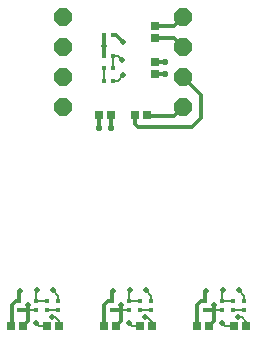
<source format=gtl>
G75*
%MOIN*%
%OFA0B0*%
%FSLAX24Y24*%
%IPPOS*%
%LPD*%
%AMOC8*
5,1,8,0,0,1.08239X$1,22.5*
%
%ADD10R,0.0170X0.0170*%
%ADD11R,0.0315X0.0315*%
%ADD12OC8,0.0600*%
%ADD13C,0.0198*%
%ADD14C,0.0120*%
%ADD15OC8,0.0210*%
%ADD16C,0.0060*%
D10*
X005448Y006255D03*
X005448Y006565D03*
X006003Y006571D03*
X006003Y006261D03*
X006369Y006261D03*
X006369Y006571D03*
X006734Y006571D03*
X006734Y006261D03*
X008548Y006255D03*
X008548Y006565D03*
X009103Y006571D03*
X009103Y006261D03*
X009469Y006261D03*
X009469Y006571D03*
X009834Y006571D03*
X009834Y006261D03*
X011648Y006255D03*
X011648Y006565D03*
X012203Y006571D03*
X012203Y006261D03*
X012569Y006261D03*
X012569Y006571D03*
X012934Y006571D03*
X012934Y006261D03*
X008572Y013904D03*
X008262Y013904D03*
X008262Y014314D03*
X008572Y014314D03*
X008572Y014724D03*
X008262Y014724D03*
X008262Y015424D03*
X008572Y015424D03*
D11*
X005167Y005724D03*
X005567Y005724D03*
X006367Y005724D03*
X006767Y005724D03*
X008267Y005724D03*
X008667Y005724D03*
X009467Y005724D03*
X009867Y005724D03*
X011367Y005724D03*
X011767Y005724D03*
X012617Y005724D03*
X013017Y005724D03*
X009717Y012774D03*
X009317Y012774D03*
X008517Y012774D03*
X008117Y012774D03*
X009967Y014124D03*
X009967Y014524D03*
X009967Y015324D03*
X009967Y015724D03*
D12*
X010917Y016024D03*
X010917Y015024D03*
X010917Y014024D03*
X010917Y013024D03*
X006917Y013024D03*
X006917Y014024D03*
X006917Y015024D03*
X006917Y016024D03*
D13*
X008266Y015074D03*
X008895Y015181D03*
X008867Y014594D03*
X008918Y014085D03*
X009123Y006928D03*
X008836Y006414D03*
X008560Y006901D03*
X009092Y005821D03*
X009642Y006041D03*
X009656Y006924D03*
X011660Y006901D03*
X011936Y006414D03*
X012223Y006928D03*
X012756Y006924D03*
X012742Y006041D03*
X012192Y005821D03*
X006556Y006924D03*
X006023Y006928D03*
X005736Y006414D03*
X005460Y006901D03*
X005992Y005821D03*
X006542Y006041D03*
D14*
X005736Y005885D02*
X005736Y006414D01*
X005736Y006255D01*
X005448Y006255D01*
X005205Y006421D02*
X005205Y005761D01*
X005167Y005724D01*
X005567Y005724D02*
X005635Y005784D01*
X005736Y005885D01*
X005205Y006421D02*
X005349Y006565D01*
X005448Y006565D01*
X005448Y006901D01*
X005460Y006901D01*
X008267Y006429D02*
X008267Y005724D01*
X008667Y005724D02*
X008735Y005784D01*
X008836Y005885D01*
X008836Y006414D01*
X008836Y006255D01*
X008548Y006255D01*
X008267Y006429D02*
X008402Y006565D01*
X008548Y006565D01*
X008449Y006565D01*
X008548Y006565D02*
X008548Y006901D01*
X008560Y006901D01*
X011367Y006429D02*
X011367Y005724D01*
X011767Y005724D02*
X011936Y005892D01*
X011936Y006414D01*
X011936Y006255D01*
X011648Y006255D01*
X011367Y006429D02*
X011502Y006565D01*
X011648Y006565D01*
X011549Y006565D01*
X011648Y006565D02*
X011648Y006901D01*
X011660Y006901D01*
X011217Y012374D02*
X009417Y012374D01*
X009317Y012474D01*
X009317Y012774D01*
X009717Y012774D02*
X009767Y012724D01*
X010617Y012724D01*
X010917Y013024D01*
X011517Y012674D02*
X011217Y012374D01*
X011517Y012674D02*
X011517Y013424D01*
X010917Y014024D01*
X010317Y014124D02*
X009967Y014124D01*
X009967Y014524D02*
X010317Y014524D01*
X010917Y015024D02*
X010617Y015324D01*
X009967Y015324D01*
X009967Y015724D02*
X010617Y015724D01*
X010917Y016024D01*
X008895Y015191D02*
X008895Y015181D01*
X008895Y015191D02*
X008662Y015424D01*
X008572Y015424D01*
X008262Y015424D02*
X008266Y015074D01*
X008262Y015071D01*
X008262Y014724D01*
X008117Y012774D02*
X008117Y012324D01*
X008517Y012324D02*
X008517Y012774D01*
D15*
X008517Y012324D03*
X008117Y012324D03*
X010317Y014124D03*
X010317Y014524D03*
D16*
X008867Y014594D02*
X008737Y014724D01*
X008572Y014724D01*
X008572Y014314D01*
X008918Y014085D02*
X008736Y013904D01*
X008572Y013904D01*
X008262Y013904D02*
X008262Y014284D01*
X008282Y014304D01*
X008262Y014314D01*
X009123Y006928D02*
X009103Y006908D01*
X009103Y006571D01*
X009469Y006571D01*
X009656Y006924D02*
X009834Y006746D01*
X009834Y006571D01*
X009834Y006261D02*
X009469Y006261D01*
X009642Y006041D02*
X009710Y006031D01*
X009867Y005874D01*
X009867Y005724D01*
X009868Y005723D02*
X009866Y005723D01*
X009864Y005724D01*
X009862Y005725D01*
X009467Y005724D02*
X009190Y005724D01*
X009092Y005821D01*
X009103Y006261D02*
X008836Y006261D01*
X008836Y006414D01*
X008836Y006411D01*
X006767Y005911D02*
X006767Y005724D01*
X006767Y005911D02*
X006647Y006031D01*
X006542Y006041D01*
X006369Y006261D02*
X006734Y006261D01*
X006734Y006571D02*
X006734Y006746D01*
X006556Y006924D01*
X006369Y006571D02*
X006003Y006571D01*
X006003Y006908D01*
X006023Y006928D01*
X005736Y006414D02*
X005736Y006261D01*
X006003Y006261D01*
X005736Y006411D02*
X005736Y006414D01*
X005992Y005821D02*
X006090Y005724D01*
X006367Y005724D01*
X011936Y006261D02*
X011936Y006414D01*
X011936Y006411D01*
X011936Y006261D02*
X012203Y006261D01*
X012203Y006571D02*
X012569Y006571D01*
X012756Y006924D02*
X012934Y006746D01*
X012934Y006571D01*
X012934Y006261D02*
X012569Y006261D01*
X012742Y006041D02*
X012860Y006031D01*
X013017Y005874D01*
X013017Y005724D01*
X012617Y005724D02*
X012290Y005724D01*
X012192Y005821D01*
X012203Y006571D02*
X012203Y006908D01*
X012223Y006928D01*
M02*

</source>
